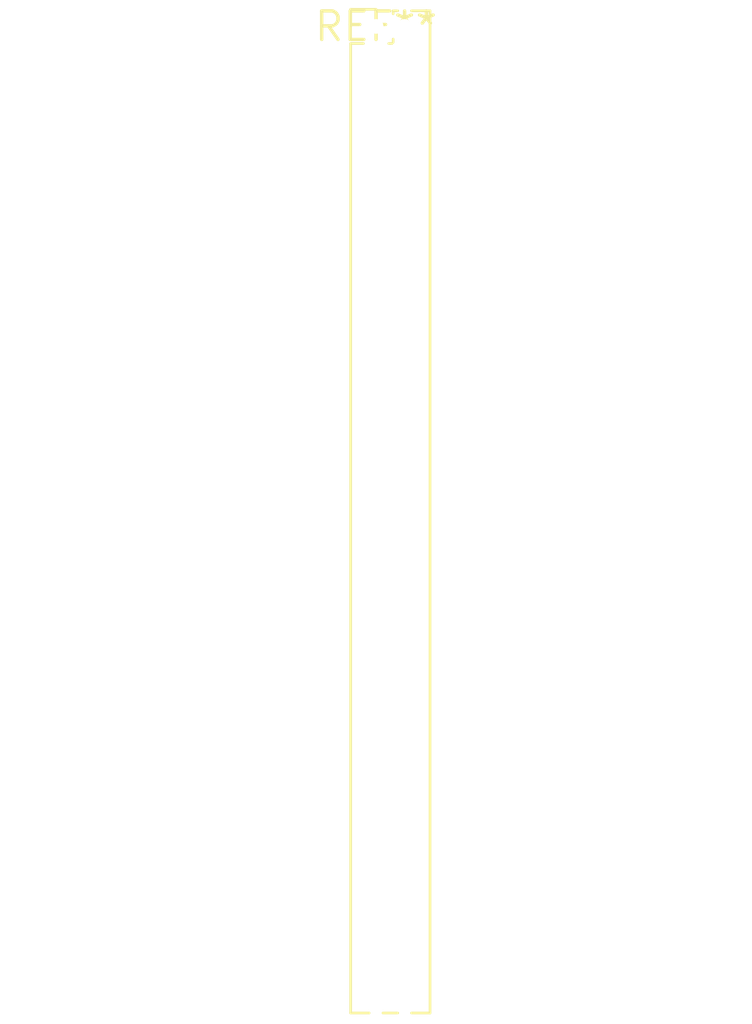
<source format=kicad_pcb>
(kicad_pcb (version 20240108) (generator pcbnew)
  (layers (0 "F.Cu" signal) (31 "B.Cu" signal) (34 "B.Paste" user) (35 "F.Paste" user) (36 "B.SilkS" user "B.Silkscreen") (37 "F.SilkS" user "F.Silkscreen") (38 "B.Mask" user) (39 "F.Mask" user) (44 "Edge.Cuts" user))
  (net 0 "")
  (footprint "PinHeader_2x35_P1.27mm_Vertical" (layer "F.Cu") (at 0 0)
    (property "Reference" "REF**")
    (property "Value" "PinHeader_2x35_P1.27mm_Vertical")
    (fp_line (start -1.13 -0.76) (end 0 -0.76) (layer "F.SilkS") (stroke (width 0.12)))
    (fp_line (start -1.13 0) (end -1.13 -0.76) (layer "F.SilkS") (stroke (width 0.12)))
    (fp_line (start -1.13 0.76) (end -1.13 43.875) (layer "F.SilkS") (stroke (width 0.12)))
    (fp_line (start -1.13 0.76) (end -0.563471 0.76) (layer "F.SilkS") (stroke (width 0.12)))
    (fp_line (start -1.13 43.875) (end -0.30753 43.875) (layer "F.SilkS") (stroke (width 0.12)))
    (fp_line (start 0.30753 43.875) (end 0.96247 43.875) (layer "F.SilkS") (stroke (width 0.12)))
    (fp_line (start 0.563471 0.76) (end 0.706529 0.76) (layer "F.SilkS") (stroke (width 0.12)))
    (fp_line (start 0.76 -0.695) (end 0.96247 -0.695) (layer "F.SilkS") (stroke (width 0.12)))
    (fp_line (start 0.76 -0.563471) (end 0.76 -0.695) (layer "F.SilkS") (stroke (width 0.12)))
    (fp_line (start 0.76 0.706529) (end 0.76 0.563471) (layer "F.SilkS") (stroke (width 0.12)))
    (fp_line (start 1.57753 -0.695) (end 2.4 -0.695) (layer "F.SilkS") (stroke (width 0.12)))
    (fp_line (start 1.57753 43.875) (end 2.4 43.875) (layer "F.SilkS") (stroke (width 0.12)))
    (fp_line (start 2.4 -0.695) (end 2.4 43.875) (layer "F.SilkS") (stroke (width 0.12)))
    (pad "1" thru_hole rect (at 0 0) (size 1 1) (drill 0.65) (layers *.Cu *.Mask) (remove_unused_layers))
    (pad "2" thru_hole oval (at 1.27 0) (size 1 1) (drill 0.65) (layers *.Cu *.Mask) (remove_unused_layers))
    (pad "3" thru_hole oval (at 0 1.27) (size 1 1) (drill 0.65) (layers *.Cu *.Mask) (remove_unused_layers))
    (pad "4" thru_hole oval (at 1.27 1.27) (size 1 1) (drill 0.65) (layers *.Cu *.Mask) (remove_unused_layers))
    (pad "5" thru_hole oval (at 0 2.54) (size 1 1) (drill 0.65) (layers *.Cu *.Mask) (remove_unused_layers))
    (pad "6" thru_hole oval (at 1.27 2.54) (size 1 1) (drill 0.65) (layers *.Cu *.Mask) (remove_unused_layers))
    (pad "7" thru_hole oval (at 0 3.81) (size 1 1) (drill 0.65) (layers *.Cu *.Mask) (remove_unused_layers))
    (pad "8" thru_hole oval (at 1.27 3.81) (size 1 1) (drill 0.65) (layers *.Cu *.Mask) (remove_unused_layers))
    (pad "9" thru_hole oval (at 0 5.08) (size 1 1) (drill 0.65) (layers *.Cu *.Mask) (remove_unused_layers))
    (pad "10" thru_hole oval (at 1.27 5.08) (size 1 1) (drill 0.65) (layers *.Cu *.Mask) (remove_unused_layers))
    (pad "11" thru_hole oval (at 0 6.35) (size 1 1) (drill 0.65) (layers *.Cu *.Mask) (remove_unused_layers))
    (pad "12" thru_hole oval (at 1.27 6.35) (size 1 1) (drill 0.65) (layers *.Cu *.Mask) (remove_unused_layers))
    (pad "13" thru_hole oval (at 0 7.62) (size 1 1) (drill 0.65) (layers *.Cu *.Mask) (remove_unused_layers))
    (pad "14" thru_hole oval (at 1.27 7.62) (size 1 1) (drill 0.65) (layers *.Cu *.Mask) (remove_unused_layers))
    (pad "15" thru_hole oval (at 0 8.89) (size 1 1) (drill 0.65) (layers *.Cu *.Mask) (remove_unused_layers))
    (pad "16" thru_hole oval (at 1.27 8.89) (size 1 1) (drill 0.65) (layers *.Cu *.Mask) (remove_unused_layers))
    (pad "17" thru_hole oval (at 0 10.16) (size 1 1) (drill 0.65) (layers *.Cu *.Mask) (remove_unused_layers))
    (pad "18" thru_hole oval (at 1.27 10.16) (size 1 1) (drill 0.65) (layers *.Cu *.Mask) (remove_unused_layers))
    (pad "19" thru_hole oval (at 0 11.43) (size 1 1) (drill 0.65) (layers *.Cu *.Mask) (remove_unused_layers))
    (pad "20" thru_hole oval (at 1.27 11.43) (size 1 1) (drill 0.65) (layers *.Cu *.Mask) (remove_unused_layers))
    (pad "21" thru_hole oval (at 0 12.7) (size 1 1) (drill 0.65) (layers *.Cu *.Mask) (remove_unused_layers))
    (pad "22" thru_hole oval (at 1.27 12.7) (size 1 1) (drill 0.65) (layers *.Cu *.Mask) (remove_unused_layers))
    (pad "23" thru_hole oval (at 0 13.97) (size 1 1) (drill 0.65) (layers *.Cu *.Mask) (remove_unused_layers))
    (pad "24" thru_hole oval (at 1.27 13.97) (size 1 1) (drill 0.65) (layers *.Cu *.Mask) (remove_unused_layers))
    (pad "25" thru_hole oval (at 0 15.24) (size 1 1) (drill 0.65) (layers *.Cu *.Mask) (remove_unused_layers))
    (pad "26" thru_hole oval (at 1.27 15.24) (size 1 1) (drill 0.65) (layers *.Cu *.Mask) (remove_unused_layers))
    (pad "27" thru_hole oval (at 0 16.51) (size 1 1) (drill 0.65) (layers *.Cu *.Mask) (remove_unused_layers))
    (pad "28" thru_hole oval (at 1.27 16.51) (size 1 1) (drill 0.65) (layers *.Cu *.Mask) (remove_unused_layers))
    (pad "29" thru_hole oval (at 0 17.78) (size 1 1) (drill 0.65) (layers *.Cu *.Mask) (remove_unused_layers))
    (pad "30" thru_hole oval (at 1.27 17.78) (size 1 1) (drill 0.65) (layers *.Cu *.Mask) (remove_unused_layers))
    (pad "31" thru_hole oval (at 0 19.05) (size 1 1) (drill 0.65) (layers *.Cu *.Mask) (remove_unused_layers))
    (pad "32" thru_hole oval (at 1.27 19.05) (size 1 1) (drill 0.65) (layers *.Cu *.Mask) (remove_unused_layers))
    (pad "33" thru_hole oval (at 0 20.32) (size 1 1) (drill 0.65) (layers *.Cu *.Mask) (remove_unused_layers))
    (pad "34" thru_hole oval (at 1.27 20.32) (size 1 1) (drill 0.65) (layers *.Cu *.Mask) (remove_unused_layers))
    (pad "35" thru_hole oval (at 0 21.59) (size 1 1) (drill 0.65) (layers *.Cu *.Mask) (remove_unused_layers))
    (pad "36" thru_hole oval (at 1.27 21.59) (size 1 1) (drill 0.65) (layers *.Cu *.Mask) (remove_unused_layers))
    (pad "37" thru_hole oval (at 0 22.86) (size 1 1) (drill 0.65) (layers *.Cu *.Mask) (remove_unused_layers))
    (pad "38" thru_hole oval (at 1.27 22.86) (size 1 1) (drill 0.65) (layers *.Cu *.Mask) (remove_unused_layers))
    (pad "39" thru_hole oval (at 0 24.13) (size 1 1) (drill 0.65) (layers *.Cu *.Mask) (remove_unused_layers))
    (pad "40" thru_hole oval (at 1.27 24.13) (size 1 1) (drill 0.65) (layers *.Cu *.Mask) (remove_unused_layers))
    (pad "41" thru_hole oval (at 0 25.4) (size 1 1) (drill 0.65) (layers *.Cu *.Mask) (remove_unused_layers))
    (pad "42" thru_hole oval (at 1.27 25.4) (size 1 1) (drill 0.65) (layers *.Cu *.Mask) (remove_unused_layers))
    (pad "43" thru_hole oval (at 0 26.67) (size 1 1) (drill 0.65) (layers *.Cu *.Mask) (remove_unused_layers))
    (pad "44" thru_hole oval (at 1.27 26.67) (size 1 1) (drill 0.65) (layers *.Cu *.Mask) (remove_unused_layers))
    (pad "45" thru_hole oval (at 0 27.94) (size 1 1) (drill 0.65) (layers *.Cu *.Mask) (remove_unused_layers))
    (pad "46" thru_hole oval (at 1.27 27.94) (size 1 1) (drill 0.65) (layers *.Cu *.Mask) (remove_unused_layers))
    (pad "47" thru_hole oval (at 0 29.21) (size 1 1) (drill 0.65) (layers *.Cu *.Mask) (remove_unused_layers))
    (pad "48" thru_hole oval (at 1.27 29.21) (size 1 1) (drill 0.65) (layers *.Cu *.Mask) (remove_unused_layers))
    (pad "49" thru_hole oval (at 0 30.48) (size 1 1) (drill 0.65) (layers *.Cu *.Mask) (remove_unused_layers))
    (pad "50" thru_hole oval (at 1.27 30.48) (size 1 1) (drill 0.65) (layers *.Cu *.Mask) (remove_unused_layers))
    (pad "51" thru_hole oval (at 0 31.75) (size 1 1) (drill 0.65) (layers *.Cu *.Mask) (remove_unused_layers))
    (pad "52" thru_hole oval (at 1.27 31.75) (size 1 1) (drill 0.65) (layers *.Cu *.Mask) (remove_unused_layers))
    (pad "53" thru_hole oval (at 0 33.02) (size 1 1) (drill 0.65) (layers *.Cu *.Mask) (remove_unused_layers))
    (pad "54" thru_hole oval (at 1.27 33.02) (size 1 1) (drill 0.65) (layers *.Cu *.Mask) (remove_unused_layers))
    (pad "55" thru_hole oval (at 0 34.29) (size 1 1) (drill 0.65) (layers *.Cu *.Mask) (remove_unused_layers))
    (pad "56" thru_hole oval (at 1.27 34.29) (size 1 1) (drill 0.65) (layers *.Cu *.Mask) (remove_unused_layers))
    (pad "57" thru_hole oval (at 0 35.56) (size 1 1) (drill 0.65) (layers *.Cu *.Mask) (remove_unused_layers))
    (pad "58" thru_hole oval (at 1.27 35.56) (size 1 1) (drill 0.65) (layers *.Cu *.Mask) (remove_unused_layers))
    (pad "59" thru_hole oval (at 0 36.83) (size 1 1) (drill 0.65) (layers *.Cu *.Mask) (remove_unused_layers))
    (pad "60" thru_hole oval (at 1.27 36.83) (size 1 1) (drill 0.65) (layers *.Cu *.Mask) (remove_unused_layers))
    (pad "61" thru_hole oval (at 0 38.1) (size 1 1) (drill 0.65) (layers *.Cu *.Mask) (remove_unused_layers))
    (pad "62" thru_hole oval (at 1.27 38.1) (size 1 1) (drill 0.65) (layers *.Cu *.Mask) (remove_unused_layers))
    (pad "63" thru_hole oval (at 0 39.37) (size 1 1) (drill 0.65) (layers *.Cu *.Mask) (remove_unused_layers))
    (pad "64" thru_hole oval (at 1.27 39.37) (size 1 1) (drill 0.65) (layers *.Cu *.Mask) (remove_unused_layers))
    (pad "65" thru_hole oval (at 0 40.64) (size 1 1) (drill 0.65) (layers *.Cu *.Mask) (remove_unused_layers))
    (pad "66" thru_hole oval (at 1.27 40.64) (size 1 1) (drill 0.65) (layers *.Cu *.Mask) (remove_unused_layers))
    (pad "67" thru_hole oval (at 0 41.91) (size 1 1) (drill 0.65) (layers *.Cu *.Mask) (remove_unused_layers))
    (pad "68" thru_hole oval (at 1.27 41.91) (size 1 1) (drill 0.65) (layers *.Cu *.Mask) (remove_unused_layers))
    (pad "69" thru_hole oval (at 0 43.18) (size 1 1) (drill 0.65) (layers *.Cu *.Mask) (remove_unused_layers))
    (pad "70" thru_hole oval (at 1.27 43.18) (size 1 1) (drill 0.65) (layers *.Cu *.Mask) (remove_unused_layers))
  )
)
</source>
